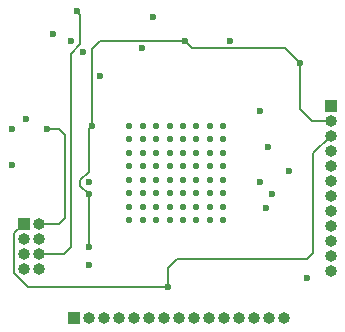
<source format=gbl>
%TF.GenerationSoftware,KiCad,Pcbnew,(5.1.6)-1*%
%TF.CreationDate,2021-01-23T06:31:54-08:00*%
%TF.ProjectId,scum3c-devboard,7363756d-3363-42d6-9465-76626f617264,rev?*%
%TF.SameCoordinates,Original*%
%TF.FileFunction,Copper,L4,Bot*%
%TF.FilePolarity,Positive*%
%FSLAX46Y46*%
G04 Gerber Fmt 4.6, Leading zero omitted, Abs format (unit mm)*
G04 Created by KiCad (PCBNEW (5.1.6)-1) date 2021-01-23 06:31:54*
%MOMM*%
%LPD*%
G01*
G04 APERTURE LIST*
%TA.AperFunction,ComponentPad*%
%ADD10O,1.000000X1.000000*%
%TD*%
%TA.AperFunction,ComponentPad*%
%ADD11R,1.000000X1.000000*%
%TD*%
%TA.AperFunction,ComponentPad*%
%ADD12C,0.568750*%
%TD*%
%TA.AperFunction,ViaPad*%
%ADD13C,0.600000*%
%TD*%
%TA.AperFunction,Conductor*%
%ADD14C,0.200000*%
%TD*%
G04 APERTURE END LIST*
D10*
%TO.P,J2,8*%
%TO.N,GND*%
X90770000Y-101310000D03*
%TO.P,J2,7*%
X89500000Y-101310000D03*
%TO.P,J2,6*%
%TO.N,/IMU*%
X90770000Y-100040000D03*
%TO.P,J2,5*%
%TO.N,GND*%
X89500000Y-100040000D03*
%TO.P,J2,4*%
%TO.N,/IMU_VDDIO*%
X90770000Y-98770000D03*
%TO.P,J2,3*%
%TO.N,+VBAT*%
X89500000Y-98770000D03*
%TO.P,J2,2*%
%TO.N,/IMU_VDD*%
X90770000Y-97500000D03*
D11*
%TO.P,J2,1*%
%TO.N,+VDDIO*%
X89500000Y-97500000D03*
%TD*%
D10*
%TO.P,JA1,15*%
%TO.N,/GPIO15*%
X111510000Y-105500000D03*
%TO.P,JA1,14*%
%TO.N,/GPIO14*%
X110240000Y-105500000D03*
%TO.P,JA1,13*%
%TO.N,/GPIO13*%
X108970000Y-105500000D03*
%TO.P,JA1,12*%
%TO.N,/GPIO12*%
X107700000Y-105500000D03*
%TO.P,JA1,11*%
%TO.N,/GPIO10*%
X106430000Y-105500000D03*
%TO.P,JA1,10*%
%TO.N,/GPIO9*%
X105160000Y-105500000D03*
%TO.P,JA1,9*%
%TO.N,/GPIO8*%
X103890000Y-105500000D03*
%TO.P,JA1,8*%
%TO.N,/GPIO7*%
X102620000Y-105500000D03*
%TO.P,JA1,7*%
%TO.N,/GPIO6*%
X101350000Y-105500000D03*
%TO.P,JA1,6*%
%TO.N,/GPIO5*%
X100080000Y-105500000D03*
%TO.P,JA1,5*%
%TO.N,/GPIO4*%
X98810000Y-105500000D03*
%TO.P,JA1,4*%
%TO.N,/GPIO3*%
X97540000Y-105500000D03*
%TO.P,JA1,3*%
%TO.N,/GPIO2*%
X96270000Y-105500000D03*
%TO.P,JA1,2*%
%TO.N,/GPIO1*%
X95000000Y-105500000D03*
D11*
%TO.P,JA1,1*%
%TO.N,/GPIO0*%
X93730000Y-105500000D03*
%TD*%
D10*
%TO.P,JB1,12*%
%TO.N,/RsTx*%
X115500000Y-101470000D03*
%TO.P,JB1,11*%
%TO.N,/RsRx*%
X115500000Y-100200000D03*
%TO.P,JB1,10*%
%TO.N,/3WB_CLK*%
X115500000Y-98930000D03*
%TO.P,JB1,9*%
%TO.N,/3WB_ENB*%
X115500000Y-97660000D03*
%TO.P,JB1,8*%
%TO.N,/3WB_DATA*%
X115500000Y-96390000D03*
%TO.P,JB1,7*%
%TO.N,/SENSOR_LDO_OUTPUT*%
X115500000Y-95120000D03*
%TO.P,JB1,6*%
%TO.N,/SENSOR_EXT_IN*%
X115500000Y-93850000D03*
%TO.P,JB1,5*%
%TO.N,/BOOT_SOURCE_SEL*%
X115500000Y-92580000D03*
%TO.P,JB1,4*%
%TO.N,+VDDD*%
X115500000Y-91310000D03*
%TO.P,JB1,3*%
%TO.N,+VDDIO*%
X115500000Y-90040000D03*
%TO.P,JB1,2*%
%TO.N,+VBAT*%
X115500000Y-88770000D03*
D11*
%TO.P,JB1,1*%
%TO.N,GND*%
X115500000Y-87500000D03*
%TD*%
D12*
%TO.P,U8,101*%
%TO.N,GND*%
X106412500Y-97187500D03*
X106412500Y-96050000D03*
X106412500Y-94912500D03*
X106412500Y-93775000D03*
X106412500Y-92637500D03*
X106412500Y-91500000D03*
X106412500Y-90362500D03*
X106412500Y-89225000D03*
X105275000Y-97187500D03*
X105275000Y-96050000D03*
X105275000Y-94912500D03*
X105275000Y-93775000D03*
X105275000Y-92637500D03*
X105275000Y-91500000D03*
X105275000Y-90362500D03*
X105275000Y-89225000D03*
X104137500Y-97187500D03*
X104137500Y-96050000D03*
X104137500Y-94912500D03*
X104137500Y-93775000D03*
X104137500Y-92637500D03*
X104137500Y-91500000D03*
X104137500Y-90362500D03*
X104137500Y-89225000D03*
X103000000Y-97187500D03*
X103000000Y-96050000D03*
X103000000Y-94912500D03*
X103000000Y-93775000D03*
X103000000Y-92637500D03*
X103000000Y-91500000D03*
X103000000Y-90362500D03*
X103000000Y-89225000D03*
X101862500Y-97187500D03*
X101862500Y-96050000D03*
X101862500Y-94912500D03*
X101862500Y-93775000D03*
X101862500Y-92637500D03*
X101862500Y-91500000D03*
X101862500Y-90362500D03*
X101862500Y-89225000D03*
X100725000Y-97187500D03*
X100725000Y-96050000D03*
X100725000Y-94912500D03*
X100725000Y-93775000D03*
X100725000Y-92637500D03*
X100725000Y-91500000D03*
X100725000Y-90362500D03*
X100725000Y-89225000D03*
X99587500Y-97187500D03*
X99587500Y-96050000D03*
X99587500Y-94912500D03*
X99587500Y-93775000D03*
X99587500Y-92637500D03*
X99587500Y-91500000D03*
X99587500Y-90362500D03*
X99587500Y-89225000D03*
X98450000Y-97187500D03*
X98450000Y-96050000D03*
X98450000Y-94912500D03*
X98450000Y-93775000D03*
X98450000Y-92637500D03*
X98450000Y-91500000D03*
X98450000Y-90362500D03*
X98450000Y-89225000D03*
%TD*%
D13*
%TO.N,GND*%
X110000000Y-96206250D03*
X95000000Y-94000000D03*
X107000000Y-82000000D03*
X96000000Y-85000000D03*
X110200000Y-91000000D03*
X112000000Y-93000000D03*
X110500000Y-95000000D03*
X95000000Y-101000000D03*
X113500000Y-102100000D03*
X100500000Y-80000000D03*
X88500000Y-92500000D03*
X88500000Y-89500000D03*
%TO.N,+VBAT*%
X103150000Y-82000000D03*
X112899999Y-83899999D03*
X95000000Y-95000000D03*
X95000000Y-99500000D03*
X95299999Y-89200001D03*
%TO.N,+VDDD*%
X99500000Y-82600000D03*
X109500000Y-88000000D03*
%TO.N,+VDDIO*%
X101724265Y-102875735D03*
%TO.N,/BOOT_SOURCE_SEL*%
X109500000Y-94000000D03*
%TO.N,/IMU*%
X94000000Y-79500000D03*
%TO.N,/GPIO13*%
X92000000Y-81399990D03*
%TO.N,/GPIO14*%
X93500000Y-81999990D03*
%TO.N,/GPIO15*%
X94500000Y-83000000D03*
%TO.N,/GPIO12*%
X89674265Y-88674265D03*
%TO.N,/IMU_VDD*%
X91500000Y-89500000D03*
%TD*%
D14*
%TO.N,+VBAT*%
X95000000Y-89500000D02*
X95000000Y-93111998D01*
X95299999Y-89200001D02*
X95299999Y-82700001D01*
X95000000Y-89500000D02*
X95299999Y-89200001D01*
X95299999Y-82700001D02*
X96000000Y-82000000D01*
X96000000Y-82000000D02*
X103150000Y-82000000D01*
X103750001Y-82600001D02*
X111600001Y-82600001D01*
X103150000Y-82000000D02*
X103750001Y-82600001D01*
X111600001Y-82600001D02*
X112899999Y-83899999D01*
X113881998Y-88770000D02*
X115500000Y-88770000D01*
X112899999Y-87788001D02*
X113881998Y-88770000D01*
X112899999Y-83899999D02*
X112899999Y-87788001D01*
X94305999Y-94305999D02*
X94305999Y-93805999D01*
X95000000Y-95000000D02*
X94305999Y-94305999D01*
X95000000Y-93111998D02*
X94305999Y-93805999D01*
X95000000Y-99500000D02*
X95000000Y-95000000D01*
%TO.N,+VDDIO*%
X101724265Y-102875735D02*
X101724265Y-101275735D01*
X101724265Y-101275735D02*
X102500000Y-100500000D01*
X102500000Y-100500000D02*
X113500000Y-100500000D01*
X113500000Y-100500000D02*
X114000000Y-100000000D01*
X114000000Y-91540000D02*
X115500000Y-90040000D01*
X114000000Y-100000000D02*
X114000000Y-91540000D01*
X88699999Y-98300001D02*
X89500000Y-97500000D01*
X88699999Y-101694001D02*
X88699999Y-98300001D01*
X89881733Y-102875735D02*
X88699999Y-101694001D01*
X101724265Y-102875735D02*
X89881733Y-102875735D01*
%TO.N,/IMU*%
X94299999Y-82311999D02*
X93500000Y-83111998D01*
X94000000Y-79500000D02*
X94299999Y-79799999D01*
X94299999Y-79799999D02*
X94299999Y-82311999D01*
X93500000Y-83111998D02*
X93500000Y-99500000D01*
X92960000Y-100040000D02*
X90770000Y-100040000D01*
X93500000Y-99500000D02*
X92960000Y-100040000D01*
%TO.N,/IMU_VDD*%
X91500000Y-89500000D02*
X92500000Y-89500000D01*
X92500000Y-89500000D02*
X93000000Y-90000000D01*
X93000000Y-90000000D02*
X93000000Y-97000000D01*
X93000000Y-97000000D02*
X92500000Y-97500000D01*
X92500000Y-97500000D02*
X90770000Y-97500000D01*
%TD*%
M02*

</source>
